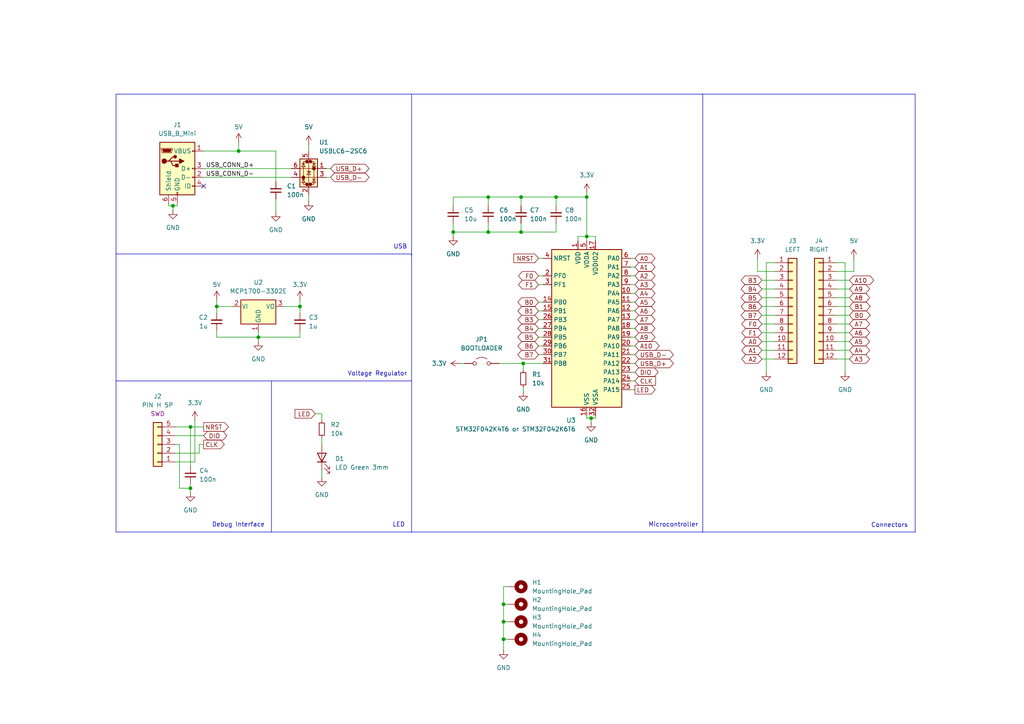
<source format=kicad_sch>
(kicad_sch (version 20231120) (generator "eeschema") (generator_version "8.0")
  (paper "A4")
  (title_block (title "stm32f0-usbd-devboard") (date "2024-12-12") (rev "20241212") (comment 3 "Released under CERN Open Hardware Licence Version 2 - Strongly Reciprocal") (comment 4 "Designed by: Rafael G. Martins"))
  (lib_symbols
    (symbol "Connector:USB_B_Mini" (pin_names (offset 1.016))
      (property "Reference" "J" (at -5.08 11.43 0))
      (property "Value" "USB_B_Mini" (at -5.08 8.89 0))
      (symbol "USB_B_Mini_0_1"
        (rectangle (start -5.08 -7.62) (end 5.08 7.62) (stroke (width 0.254)) (fill (type background)))
        (circle (center -3.81 2.159) (radius 0.635) (stroke (width 0.254)) (fill (type outline)))
        (circle (center -0.635 3.429) (radius 0.381) (stroke (width 0.254)) (fill (type outline)))
        (rectangle (start -0.127 -7.62) (end 0.127 -6.858))
        (polyline (pts (xy -1.905 2.159) (xy 0.635 2.159)) (stroke (width 0.254)))
        (polyline (pts (xy -3.175 2.159) (xy -2.54 2.159) (xy -1.27 3.429) (xy -0.635 3.429)) (stroke (width 0.254)))
        (polyline (pts (xy -2.54 2.159) (xy -1.905 2.159) (xy -1.27 0.889) (xy 0 0.889)) (stroke (width 0.254)))
        (polyline (pts (xy 0.635 2.794) (xy 0.635 1.524) (xy 1.905 2.159) (xy 0.635 2.794)) (stroke (width 0.254)) (fill (type outline)))
        (polyline (pts (xy -4.318 5.588) (xy -1.778 5.588) (xy -2.032 4.826) (xy -4.064 4.826) (xy -4.318 5.588)) (fill (type outline)))
        (polyline (pts (xy -4.699 5.842) (xy -4.699 5.588) (xy -4.445 4.826) (xy -4.445 4.572) (xy -1.651 4.572) (xy -1.651 4.826) (xy -1.397 5.588) (xy -1.397 5.842) (xy -4.699 5.842)))
        (rectangle (start 0.254 1.27) (end -0.508 0.508) (stroke (width 0.254)) (fill (type outline)))
        (rectangle (start 5.08 -5.207) (end 4.318 -4.953))
        (rectangle (start 5.08 -2.667) (end 4.318 -2.413))
        (rectangle (start 5.08 -0.127) (end 4.318 0.127))
        (rectangle (start 5.08 4.953) (end 4.318 5.207))
      )
      (symbol "USB_B_Mini_1_1"
        (pin power_out line (at 7.62 5.08 180) (length 2.54) (name "VBUS") (number "1"))
        (pin bidirectional line (at 7.62 -2.54 180) (length 2.54) (name "D-") (number "2"))
        (pin bidirectional line (at 7.62 0 180) (length 2.54) (name "D+") (number "3"))
        (pin passive line (at 7.62 -5.08 180) (length 2.54) (name "ID") (number "4"))
        (pin power_out line (at 0 -10.16 90) (length 2.54) (name "GND") (number "5"))
        (pin passive line (at -2.54 -10.16 90) (length 2.54) (name "Shield") (number "6"))
      )
    )
    (symbol "Connector_Generic:Conn_01x05" (pin_names (offset 1.016) hide)
      (property "Reference" "J" (at 0 7.62 0))
      (property "Value" "Conn_01x05" (at 0 -7.62 0))
      (symbol "Conn_01x05_1_1"
        (rectangle (start -1.27 -4.953) (end 0 -5.207) (stroke (width 0.1524)))
        (rectangle (start -1.27 -2.413) (end 0 -2.667) (stroke (width 0.1524)))
        (rectangle (start -1.27 0.127) (end 0 -0.127) (stroke (width 0.1524)))
        (rectangle (start -1.27 2.667) (end 0 2.413) (stroke (width 0.1524)))
        (rectangle (start -1.27 5.207) (end 0 4.953) (stroke (width 0.1524)))
        (rectangle (start -1.27 6.35) (end 1.27 -6.35) (stroke (width 0.254)) (fill (type background)))
        (pin passive line (at -5.08 5.08 0) (length 3.81) (name "Pin_1") (number "1"))
        (pin passive line (at -5.08 2.54 0) (length 3.81) (name "Pin_2") (number "2"))
        (pin passive line (at -5.08 0 0) (length 3.81) (name "Pin_3") (number "3"))
        (pin passive line (at -5.08 -2.54 0) (length 3.81) (name "Pin_4") (number "4"))
        (pin passive line (at -5.08 -5.08 0) (length 3.81) (name "Pin_5") (number "5"))
      )
    )
    (symbol "Connector_Generic:Conn_01x12" (pin_names (offset 1.016) hide)
      (property "Reference" "J" (at 0 15.24 0))
      (property "Value" "Conn_01x12" (at 0 -17.78 0))
      (symbol "Conn_01x12_1_1"
        (rectangle (start -1.27 -15.113) (end 0 -15.367) (stroke (width 0.1524)))
        (rectangle (start -1.27 -12.573) (end 0 -12.827) (stroke (width 0.1524)))
        (rectangle (start -1.27 -10.033) (end 0 -10.287) (stroke (width 0.1524)))
        (rectangle (start -1.27 -7.493) (end 0 -7.747) (stroke (width 0.1524)))
        (rectangle (start -1.27 -4.953) (end 0 -5.207) (stroke (width 0.1524)))
        (rectangle (start -1.27 -2.413) (end 0 -2.667) (stroke (width 0.1524)))
        (rectangle (start -1.27 0.127) (end 0 -0.127) (stroke (width 0.1524)))
        (rectangle (start -1.27 2.667) (end 0 2.413) (stroke (width 0.1524)))
        (rectangle (start -1.27 5.207) (end 0 4.953) (stroke (width 0.1524)))
        (rectangle (start -1.27 7.747) (end 0 7.493) (stroke (width 0.1524)))
        (rectangle (start -1.27 10.287) (end 0 10.033) (stroke (width 0.1524)))
        (rectangle (start -1.27 12.827) (end 0 12.573) (stroke (width 0.1524)))
        (rectangle (start -1.27 13.97) (end 1.27 -16.51) (stroke (width 0.254)) (fill (type background)))
        (pin passive line (at -5.08 12.7 0) (length 3.81) (name "Pin_1") (number "1"))
        (pin passive line (at -5.08 -10.16 0) (length 3.81) (name "Pin_10") (number "10"))
        (pin passive line (at -5.08 -12.7 0) (length 3.81) (name "Pin_11") (number "11"))
        (pin passive line (at -5.08 -15.24 0) (length 3.81) (name "Pin_12") (number "12"))
        (pin passive line (at -5.08 10.16 0) (length 3.81) (name "Pin_2") (number "2"))
        (pin passive line (at -5.08 7.62 0) (length 3.81) (name "Pin_3") (number "3"))
        (pin passive line (at -5.08 5.08 0) (length 3.81) (name "Pin_4") (number "4"))
        (pin passive line (at -5.08 2.54 0) (length 3.81) (name "Pin_5") (number "5"))
        (pin passive line (at -5.08 0 0) (length 3.81) (name "Pin_6") (number "6"))
        (pin passive line (at -5.08 -2.54 0) (length 3.81) (name "Pin_7") (number "7"))
        (pin passive line (at -5.08 -5.08 0) (length 3.81) (name "Pin_8") (number "8"))
        (pin passive line (at -5.08 -7.62 0) (length 3.81) (name "Pin_9") (number "9"))
      )
    )
    (symbol "Device:C_Small" (pin_numbers hide) (pin_names (offset 0.254) hide)
      (property "Reference" "C" (at 0.254 1.778 0))
      (property "Value" "C_Small" (at 0.254 -2.032 0))
      (symbol "C_Small_0_1"
        (polyline (pts (xy -1.524 -0.508) (xy 1.524 -0.508)) (stroke (width 0.3302)))
        (polyline (pts (xy -1.524 0.508) (xy 1.524 0.508)) (stroke (width 0.3048)))
      )
      (symbol "C_Small_1_1"
        (pin passive line (at 0 2.54 270) (length 2.032) (name "~") (number "1"))
        (pin passive line (at 0 -2.54 90) (length 2.032) (name "~") (number "2"))
      )
    )
    (symbol "Device:LED" (pin_numbers hide) (pin_names (offset 1.016) hide)
      (property "Reference" "D" (at 0 2.54 0))
      (property "Value" "LED" (at 0 -2.54 0))
      (symbol "LED_0_1"
        (polyline (pts (xy -1.27 -1.27) (xy -1.27 1.27)) (stroke (width 0.254)))
        (polyline (pts (xy -1.27 0) (xy 1.27 0)))
        (polyline (pts (xy 1.27 -1.27) (xy 1.27 1.27) (xy -1.27 0) (xy 1.27 -1.27)) (stroke (width 0.254)))
        (polyline (pts (xy -3.048 -0.762) (xy -4.572 -2.286) (xy -3.81 -2.286) (xy -4.572 -2.286) (xy -4.572 -1.524)))
        (polyline (pts (xy -1.778 -0.762) (xy -3.302 -2.286) (xy -2.54 -2.286) (xy -3.302 -2.286) (xy -3.302 -1.524)))
      )
      (symbol "LED_1_1"
        (pin passive line (at -3.81 0 0) (length 2.54) (name "K") (number "1"))
        (pin passive line (at 3.81 0 180) (length 2.54) (name "A") (number "2"))
      )
    )
    (symbol "Device:R_Small" (pin_numbers hide) (pin_names (offset 0.254) hide)
      (property "Reference" "R" (at 0.762 0.508 0))
      (property "Value" "R_Small" (at 0.762 -1.016 0))
      (symbol "R_Small_0_1"
        (rectangle (start -0.762 1.778) (end 0.762 -1.778) (stroke (width 0.2032)))
      )
      (symbol "R_Small_1_1"
        (pin passive line (at 0 2.54 270) (length 0.762) (name "~") (number "1"))
        (pin passive line (at 0 -2.54 90) (length 0.762) (name "~") (number "2"))
      )
    )
    (symbol "Jumper:Jumper_2_Open" (pin_numbers hide) (pin_names (offset 0) hide) (exclude_from_sim yes)
      (property "Reference" "JP" (at 0 2.794 0))
      (property "Value" "Jumper_2_Open" (at 0 -2.286 0))
      (symbol "Jumper_2_Open_0_0"
        (circle (center -2.032 0) (radius 0.508))
        (circle (center 2.032 0) (radius 0.508))
      )
      (symbol "Jumper_2_Open_0_1"
        (arc (start 1.524 1.27) (mid 0 1.778) (end -1.524 1.27))
      )
      (symbol "Jumper_2_Open_1_1"
        (pin passive line (at -5.08 0 0) (length 2.54) (name "A") (number "1"))
        (pin passive line (at 5.08 0 180) (length 2.54) (name "B") (number "2"))
      )
    )
    (symbol "MCU_ST_STM32F0:STM32F042K6Tx"
      (property "Reference" "U" (at -10.16 24.13 0))
      (property "Value" "STM32F042K6Tx" (at 5.08 24.13 0))
      (symbol "STM32F042K6Tx_0_1"
        (rectangle (start -10.16 -22.86) (end 10.16 22.86) (stroke (width 0.254)) (fill (type background)))
      )
      (symbol "STM32F042K6Tx_1_1"
        (pin power_in line (at -2.54 25.4 270) (length 2.54) (name "VDD") (number "1"))
        (pin bidirectional line (at 12.7 10.16 180) (length 2.54) (name "PA4") (number "10"))
        (pin bidirectional line (at 12.7 7.62 180) (length 2.54) (name "PA5") (number "11"))
        (pin bidirectional line (at 12.7 5.08 180) (length 2.54) (name "PA6") (number "12"))
        (pin bidirectional line (at 12.7 2.54 180) (length 2.54) (name "PA7") (number "13"))
        (pin bidirectional line (at -12.7 7.62 0) (length 2.54) (name "PB0") (number "14"))
        (pin bidirectional line (at -12.7 5.08 0) (length 2.54) (name "PB1") (number "15"))
        (pin power_in line (at 0 -25.4 90) (length 2.54) (name "VSS") (number "16"))
        (pin power_in line (at 2.54 25.4 270) (length 2.54) (name "VDDIO2") (number "17"))
        (pin bidirectional line (at 12.7 0 180) (length 2.54) (name "PA8") (number "18"))
        (pin bidirectional line (at 12.7 -2.54 180) (length 2.54) (name "PA9") (number "19"))
        (pin bidirectional line (at -12.7 15.24 0) (length 2.54) (name "PF0") (number "2"))
        (pin bidirectional line (at 12.7 -5.08 180) (length 2.54) (name "PA10") (number "20"))
        (pin bidirectional line (at 12.7 -7.62 180) (length 2.54) (name "PA11") (number "21"))
        (pin bidirectional line (at 12.7 -10.16 180) (length 2.54) (name "PA12") (number "22"))
        (pin bidirectional line (at 12.7 -12.7 180) (length 2.54) (name "PA13") (number "23"))
        (pin bidirectional line (at 12.7 -15.24 180) (length 2.54) (name "PA14") (number "24"))
        (pin bidirectional line (at 12.7 -17.78 180) (length 2.54) (name "PA15") (number "25"))
        (pin bidirectional line (at -12.7 2.54 0) (length 2.54) (name "PB3") (number "26"))
        (pin bidirectional line (at -12.7 0 0) (length 2.54) (name "PB4") (number "27"))
        (pin bidirectional line (at -12.7 -2.54 0) (length 2.54) (name "PB5") (number "28"))
        (pin bidirectional line (at -12.7 -5.08 0) (length 2.54) (name "PB6") (number "29"))
        (pin bidirectional line (at -12.7 12.7 0) (length 2.54) (name "PF1") (number "3"))
        (pin bidirectional line (at -12.7 -7.62 0) (length 2.54) (name "PB7") (number "30"))
        (pin bidirectional line (at -12.7 -10.16 0) (length 2.54) (name "PB8") (number "31"))
        (pin power_in line (at 2.54 -25.4 90) (length 2.54) (name "VSSA") (number "32"))
        (pin input line (at -12.7 20.32 0) (length 2.54) (name "NRST") (number "4"))
        (pin power_in line (at 0 25.4 270) (length 2.54) (name "VDDA") (number "5"))
        (pin bidirectional line (at 12.7 20.32 180) (length 2.54) (name "PA0") (number "6"))
        (pin bidirectional line (at 12.7 17.78 180) (length 2.54) (name "PA1") (number "7"))
        (pin bidirectional line (at 12.7 15.24 180) (length 2.54) (name "PA2") (number "8"))
        (pin bidirectional line (at 12.7 12.7 180) (length 2.54) (name "PA3") (number "9"))
      )
    )
    (symbol "Mechanical:MountingHole_Pad" (pin_numbers hide) (pin_names (offset 1.016) hide) (exclude_from_sim yes) (in_bom no)
      (property "Reference" "H" (at 0 6.35 0))
      (property "Value" "MountingHole_Pad" (at 0 4.445 0))
      (symbol "MountingHole_Pad_0_1"
        (circle (center 0 1.27) (radius 1.27) (stroke (width 1.27)))
      )
      (symbol "MountingHole_Pad_1_1"
        (pin input line (at 0 -2.54 90) (length 2.54) (name "1") (number "1"))
      )
    )
    (symbol "Power_Protection:USBLC6-2SC6" (pin_names hide)
      (property "Reference" "U" (at 0.635 5.715 0))
      (property "Value" "USBLC6-2SC6" (at 0.635 3.81 0))
      (symbol "USBLC6-2SC6_0_0"
        (circle (center -1.524 0) (radius 0.0001) (stroke (width 0.508)))
        (circle (center -0.508 -4.572) (radius 0.0001) (stroke (width 0.508)))
        (circle (center -0.508 2.032) (radius 0.0001) (stroke (width 0.508)))
        (circle (center 0.508 -4.572) (radius 0.0001) (stroke (width 0.508)))
        (circle (center 0.508 2.032) (radius 0.0001) (stroke (width 0.508)))
        (circle (center 1.524 -2.54) (radius 0.0001) (stroke (width 0.508)))
      )
      (symbol "USBLC6-2SC6_0_1"
        (polyline (pts (xy -2.54 -2.54) (xy 2.54 -2.54)))
        (polyline (pts (xy -2.54 0) (xy 2.54 0)))
        (polyline (pts (xy -2.032 -3.048) (xy -1.016 -3.048)))
        (polyline (pts (xy -1.016 1.524) (xy -2.032 1.524)))
        (polyline (pts (xy 1.016 -3.048) (xy 2.032 -3.048)))
        (polyline (pts (xy 1.016 1.524) (xy 2.032 1.524)))
        (polyline (pts (xy -0.508 -1.143) (xy -0.508 -0.762) (xy 0.508 -0.762)))
        (polyline (pts (xy -2.032 0.508) (xy -1.016 0.508) (xy -1.524 1.524) (xy -2.032 0.508)))
        (polyline (pts (xy -1.016 -4.064) (xy -2.032 -4.064) (xy -1.524 -3.048) (xy -1.016 -4.064)))
        (polyline (pts (xy 0.508 -1.778) (xy -0.508 -1.778) (xy 0 -0.762) (xy 0.508 -1.778)))
        (polyline (pts (xy 2.032 -4.064) (xy 1.016 -4.064) (xy 1.524 -3.048) (xy 2.032 -4.064)))
        (polyline (pts (xy 2.032 0.508) (xy 1.016 0.508) (xy 1.524 1.524) (xy 2.032 0.508)))
        (polyline (pts (xy 0 2.54) (xy -0.508 2.032) (xy 0.508 2.032) (xy 0 1.524) (xy 0 -4.064) (xy -0.508 -4.572) (xy 0.508 -4.572) (xy 0 -5.08)))
      )
      (symbol "USBLC6-2SC6_1_1"
        (rectangle (start -2.54 2.794) (end 2.54 -5.334) (stroke (width 0.254)) (fill (type background)))
        (polyline (pts (xy -0.508 2.032) (xy -1.524 2.032) (xy -1.524 -4.572) (xy -0.508 -4.572)))
        (polyline (pts (xy 0.508 -4.572) (xy 1.524 -4.572) (xy 1.524 2.032) (xy 0.508 2.032)))
        (pin passive line (at -5.08 0 0) (length 2.54) (name "I/O1") (number "1"))
        (pin passive line (at 0 -7.62 90) (length 2.54) (name "GND") (number "2"))
        (pin passive line (at -5.08 -2.54 0) (length 2.54) (name "I/O2") (number "3"))
        (pin passive line (at 5.08 -2.54 180) (length 2.54) (name "I/O2") (number "4"))
        (pin passive line (at 0 5.08 270) (length 2.54) (name "VBUS") (number "5"))
        (pin passive line (at 5.08 0 180) (length 2.54) (name "I/O1") (number "6"))
      )
    )
    (symbol "Regulator_Linear:MCP1700x-330xxTO" (pin_names (offset 0.254))
      (property "Reference" "U" (at -3.81 -3.175 0))
      (property "Value" "MCP1700x-330xxTO" (at 0 -3.175 0))
      (symbol "MCP1700x-330xxTO_0_1"
        (rectangle (start -5.08 5.08) (end 5.08 -1.905) (stroke (width 0.254)) (fill (type background)))
      )
      (symbol "MCP1700x-330xxTO_1_1"
        (pin power_in line (at 0 7.62 270) (length 2.54) (name "GND") (number "1"))
        (pin power_in line (at -7.62 0 0) (length 2.54) (name "VI") (number "2"))
        (pin power_out line (at 7.62 0 180) (length 2.54) (name "VO") (number "3"))
      )
    )
    (symbol "power:+3.3V" (power) (pin_numbers hide) (pin_names (offset 0) hide)
      (property "Value" "+3.3V" (at 0 3.556 0))
      (symbol "+3.3V_0_1"
        (polyline (pts (xy -0.762 1.27) (xy 0 2.54)))
        (polyline (pts (xy 0 0) (xy 0 2.54)))
        (polyline (pts (xy 0 2.54) (xy 0.762 1.27)))
      )
      (symbol "+3.3V_1_1"
        (pin power_in line (at 0 0 90) (length 0) (name "~") (number "1"))
      )
    )
    (symbol "power:+5V" (power) (pin_numbers hide) (pin_names (offset 0) hide)
      (property "Value" "+5V" (at 0 3.556 0))
      (symbol "+5V_0_1"
        (polyline (pts (xy -0.762 1.27) (xy 0 2.54)))
        (polyline (pts (xy 0 0) (xy 0 2.54)))
        (polyline (pts (xy 0 2.54) (xy 0.762 1.27)))
      )
      (symbol "+5V_1_1"
        (pin power_in line (at 0 0 90) (length 0) (name "~") (number "1"))
      )
    )
    (symbol "power:GND" (power) (pin_numbers hide) (pin_names (offset 0) hide)
      (property "Value" "GND" (at 0 -3.81 0))
      (symbol "GND_0_1"
        (polyline (pts (xy 0 0) (xy 0 -1.27) (xy 1.27 -1.27) (xy 0 -2.54) (xy -1.27 -1.27) (xy 0 -1.27)))
      )
      (symbol "GND_1_1"
        (pin power_in line (at 0 0 270) (length 0) (name "~") (number "1"))
      )
    )
  )
  (junction (at 55.245 141.605))
  (junction (at 170.18 57.15))
  (junction (at 146.05 180.34))
  (junction (at 146.05 185.42))
  (junction (at 151.765 105.41))
  (junction (at 141.605 67.31))
  (junction (at 131.445 67.31))
  (junction (at 151.13 67.31))
  (junction (at 170.18 68.58))
  (junction (at 171.45 121.285))
  (junction (at 50.165 59.69))
  (junction (at 69.215 43.815))
  (junction (at 74.93 97.79))
  (junction (at 161.29 57.15))
  (junction (at 151.13 57.15))
  (junction (at 141.605 57.15))
  (junction (at 86.995 88.9))
  (junction (at 62.865 88.9))
  (junction (at 146.05 175.26))
  (junction (at 55.245 123.825))
  (no_connect (at 59.055 53.975))
  (wire (pts (xy 219.71 74.93) (xy 219.71 78.74)))
  (wire (pts (xy 182.88 95.25) (xy 184.15 95.25)))
  (wire (pts (xy 57.785 131.445) (xy 57.785 128.905)))
  (wire (pts (xy 57.785 128.905) (xy 59.055 128.905)))
  (wire (pts (xy 182.88 92.71) (xy 184.15 92.71)))
  (wire (pts (xy 146.05 175.26) (xy 147.32 175.26)))
  (wire (pts (xy 242.57 101.6) (xy 246.38 101.6)))
  (wire (pts (xy 171.45 121.285) (xy 172.72 121.285)))
  (wire (pts (xy 50.8 133.985) (xy 56.515 133.985)))
  (wire (pts (xy 59.055 43.815) (xy 69.215 43.815)))
  (wire (pts (xy 141.605 57.15) (xy 151.13 57.15)))
  (wire (pts (xy 146.05 185.42) (xy 146.05 188.595)))
  (wire (pts (xy 156.21 82.55) (xy 157.48 82.55)))
  (wire (pts (xy 220.98 99.06) (xy 224.79 99.06)))
  (wire (pts (xy 245.11 76.2) (xy 245.11 107.95)))
  (wire (pts (xy 62.865 88.9) (xy 67.31 88.9)))
  (wire (pts (xy 182.88 105.41) (xy 184.15 105.41)))
  (wire (pts (xy 146.05 185.42) (xy 147.32 185.42)))
  (wire (pts (xy 151.765 112.395) (xy 151.765 113.665)))
  (wire (pts (xy 219.71 78.74) (xy 224.79 78.74)))
  (polyline (pts (xy 33.655 27.305) (xy 33.655 154.305)))
  (wire (pts (xy 48.895 59.055) (xy 48.895 59.69)))
  (wire (pts (xy 156.21 80.01) (xy 157.48 80.01)))
  (wire (pts (xy 93.345 136.525) (xy 93.345 138.43)))
  (polyline (pts (xy 33.655 110.49) (xy 119.38 110.49)))
  (wire (pts (xy 69.215 43.815) (xy 80.01 43.815)))
  (wire (pts (xy 86.995 88.9) (xy 86.995 90.805)))
  (wire (pts (xy 55.245 123.825) (xy 59.055 123.825)))
  (wire (pts (xy 242.57 86.36) (xy 246.38 86.36)))
  (wire (pts (xy 55.245 141.605) (xy 55.245 140.335)))
  (wire (pts (xy 144.78 105.41) (xy 151.765 105.41)))
  (wire (pts (xy 161.29 57.15) (xy 170.18 57.15)))
  (wire (pts (xy 147.32 170.18) (xy 146.05 170.18)))
  (wire (pts (xy 220.98 101.6) (xy 224.79 101.6)))
  (wire (pts (xy 62.865 86.995) (xy 62.865 88.9)))
  (wire (pts (xy 222.25 76.2) (xy 222.25 107.95)))
  (wire (pts (xy 220.98 83.82) (xy 224.79 83.82)))
  (wire (pts (xy 156.21 92.71) (xy 157.48 92.71)))
  (wire (pts (xy 74.93 97.79) (xy 74.93 99.06)))
  (wire (pts (xy 170.18 57.15) (xy 170.18 68.58)))
  (polyline (pts (xy 203.835 27.305) (xy 265.43 27.305)))
  (wire (pts (xy 151.13 57.15) (xy 151.13 59.69)))
  (wire (pts (xy 156.21 90.17) (xy 157.48 90.17)))
  (wire (pts (xy 89.535 56.515) (xy 89.535 58.42)))
  (wire (pts (xy 131.445 68.58) (xy 131.445 67.31)))
  (wire (pts (xy 161.29 67.31) (xy 161.29 64.77)))
  (wire (pts (xy 172.72 121.285) (xy 172.72 120.65)))
  (wire (pts (xy 151.13 64.77) (xy 151.13 67.31)))
  (wire (pts (xy 94.615 48.895) (xy 95.885 48.895)))
  (wire (pts (xy 146.05 175.26) (xy 146.05 180.34)))
  (wire (pts (xy 182.88 87.63) (xy 184.15 87.63)))
  (wire (pts (xy 220.98 81.28) (xy 224.79 81.28)))
  (wire (pts (xy 93.345 120.015) (xy 93.345 121.92)))
  (wire (pts (xy 220.98 91.44) (xy 224.79 91.44)))
  (wire (pts (xy 167.64 68.58) (xy 170.18 68.58)))
  (wire (pts (xy 86.995 86.995) (xy 86.995 88.9)))
  (wire (pts (xy 55.245 135.255) (xy 55.245 123.825)))
  (polyline (pts (xy 265.43 154.305) (xy 203.835 154.305)))
  (wire (pts (xy 167.64 68.58) (xy 167.64 69.85)))
  (wire (pts (xy 156.21 102.87) (xy 157.48 102.87)))
  (wire (pts (xy 51.435 59.69) (xy 51.435 59.055)))
  (wire (pts (xy 161.29 57.15) (xy 161.29 59.69)))
  (wire (pts (xy 242.57 99.06) (xy 246.38 99.06)))
  (polyline (pts (xy 203.835 27.305) (xy 203.835 154.305)))
  (wire (pts (xy 172.72 68.58) (xy 170.18 68.58)))
  (wire (pts (xy 94.615 51.435) (xy 95.885 51.435)))
  (wire (pts (xy 182.88 97.79) (xy 184.15 97.79)))
  (wire (pts (xy 80.01 57.785) (xy 80.01 61.595)))
  (wire (pts (xy 170.18 68.58) (xy 170.18 69.85)))
  (wire (pts (xy 156.21 97.79) (xy 157.48 97.79)))
  (wire (pts (xy 182.88 90.17) (xy 184.15 90.17)))
  (wire (pts (xy 50.165 59.69) (xy 50.165 60.96)))
  (wire (pts (xy 52.07 141.605) (xy 55.245 141.605)))
  (wire (pts (xy 220.98 86.36) (xy 224.79 86.36)))
  (wire (pts (xy 93.345 127) (xy 93.345 128.905)))
  (wire (pts (xy 182.88 110.49) (xy 184.15 110.49)))
  (wire (pts (xy 131.445 67.31) (xy 141.605 67.31)))
  (wire (pts (xy 133.35 105.41) (xy 134.62 105.41)))
  (wire (pts (xy 59.055 51.435) (xy 84.455 51.435)))
  (wire (pts (xy 146.05 180.34) (xy 146.05 185.42)))
  (wire (pts (xy 74.93 96.52) (xy 74.93 97.79)))
  (wire (pts (xy 182.88 107.95) (xy 184.15 107.95)))
  (wire (pts (xy 242.57 96.52) (xy 246.38 96.52)))
  (wire (pts (xy 141.605 67.31) (xy 151.13 67.31)))
  (wire (pts (xy 222.25 76.2) (xy 224.79 76.2)))
  (wire (pts (xy 247.65 74.93) (xy 247.65 78.74)))
  (polyline (pts (xy 265.43 27.305) (xy 265.43 154.305)))
  (wire (pts (xy 170.18 121.285) (xy 171.45 121.285)))
  (wire (pts (xy 55.245 141.605) (xy 55.245 142.875)))
  (wire (pts (xy 171.45 121.285) (xy 171.45 122.555)))
  (wire (pts (xy 156.21 95.25) (xy 157.48 95.25)))
  (wire (pts (xy 151.13 67.31) (xy 161.29 67.31)))
  (wire (pts (xy 80.01 43.815) (xy 80.01 52.705)))
  (wire (pts (xy 156.21 87.63) (xy 157.48 87.63)))
  (wire (pts (xy 151.765 105.41) (xy 151.765 107.315)))
  (wire (pts (xy 170.18 55.88) (xy 170.18 57.15)))
  (wire (pts (xy 242.57 78.74) (xy 247.65 78.74)))
  (wire (pts (xy 242.57 91.44) (xy 246.38 91.44)))
  (wire (pts (xy 55.245 123.825) (xy 50.8 123.825)))
  (wire (pts (xy 131.445 57.15) (xy 141.605 57.15)))
  (wire (pts (xy 182.88 102.87) (xy 184.15 102.87)))
  (wire (pts (xy 146.05 180.34) (xy 147.32 180.34)))
  (wire (pts (xy 131.445 57.15) (xy 131.445 59.69)))
  (wire (pts (xy 220.98 96.52) (xy 224.79 96.52)))
  (wire (pts (xy 52.07 128.905) (xy 52.07 141.605)))
  (polyline (pts (xy 203.835 154.305) (xy 33.655 154.305)))
  (wire (pts (xy 151.13 57.15) (xy 161.29 57.15)))
  (wire (pts (xy 156.21 100.33) (xy 157.48 100.33)))
  (wire (pts (xy 182.88 85.09) (xy 184.15 85.09)))
  (wire (pts (xy 59.055 48.895) (xy 84.455 48.895)))
  (wire (pts (xy 146.05 170.18) (xy 146.05 175.26)))
  (wire (pts (xy 50.8 131.445) (xy 57.785 131.445)))
  (wire (pts (xy 131.445 64.77) (xy 131.445 67.31)))
  (wire (pts (xy 141.605 64.77) (xy 141.605 67.31)))
  (wire (pts (xy 74.93 97.79) (xy 86.995 97.79)))
  (wire (pts (xy 50.8 126.365) (xy 59.055 126.365)))
  (wire (pts (xy 62.865 95.885) (xy 62.865 97.79)))
  (wire (pts (xy 242.57 83.82) (xy 246.38 83.82)))
  (wire (pts (xy 48.895 59.69) (xy 50.165 59.69)))
  (wire (pts (xy 182.88 82.55) (xy 184.15 82.55)))
  (wire (pts (xy 220.98 88.9) (xy 224.79 88.9)))
  (wire (pts (xy 242.57 81.28) (xy 246.38 81.28)))
  (wire (pts (xy 151.765 105.41) (xy 157.48 105.41)))
  (polyline (pts (xy 33.655 27.305) (xy 203.835 27.305)))
  (wire (pts (xy 91.44 120.015) (xy 93.345 120.015)))
  (wire (pts (xy 50.165 59.69) (xy 51.435 59.69)))
  (wire (pts (xy 220.98 104.14) (xy 224.79 104.14)))
  (wire (pts (xy 50.8 128.905) (xy 52.07 128.905)))
  (wire (pts (xy 170.18 120.65) (xy 170.18 121.285)))
  (polyline (pts (xy 119.38 73.66) (xy 119.38 74.295)))
  (polyline (pts (xy 78.74 110.49) (xy 78.74 154.305)))
  (wire (pts (xy 182.88 113.03) (xy 184.15 113.03)))
  (wire (pts (xy 182.88 74.93) (xy 184.15 74.93)))
  (wire (pts (xy 56.515 121.92) (xy 56.515 133.985)))
  (wire (pts (xy 245.11 76.2) (xy 242.57 76.2)))
  (wire (pts (xy 62.865 97.79) (xy 74.93 97.79)))
  (wire (pts (xy 82.55 88.9) (xy 86.995 88.9)))
  (wire (pts (xy 182.88 100.33) (xy 184.15 100.33)))
  (polyline (pts (xy 119.38 27.305) (xy 119.38 154.305)))
  (wire (pts (xy 172.72 68.58) (xy 172.72 69.85)))
  (wire (pts (xy 69.215 41.275) (xy 69.215 43.815)))
  (wire (pts (xy 89.535 41.91) (xy 89.535 43.815)))
  (polyline (pts (xy 33.655 73.66) (xy 119.38 73.66)))
  (wire (pts (xy 182.88 77.47) (xy 184.15 77.47)))
  (wire (pts (xy 242.57 93.98) (xy 246.38 93.98)))
  (wire (pts (xy 220.98 93.98) (xy 224.79 93.98)))
  (wire (pts (xy 62.865 88.9) (xy 62.865 90.805)))
  (wire (pts (xy 182.88 80.01) (xy 184.15 80.01)))
  (wire (pts (xy 242.57 88.9) (xy 246.38 88.9)))
  (wire (pts (xy 156.21 74.93) (xy 157.48 74.93)))
  (wire (pts (xy 141.605 57.15) (xy 141.605 59.69)))
  (wire (pts (xy 242.57 104.14) (xy 246.38 104.14)))
  (wire (pts (xy 86.995 95.885) (xy 86.995 97.79)))
  (text "Debug Interface" (at 76.835 153.035 0) (effects (font (size 1.27 1.27)) (justify right bottom)))
  (text "LED" (at 117.475 153.035 0) (effects (font (size 1.27 1.27)) (justify right bottom)))
  (text "Microcontroller" (at 202.565 153.035 0) (effects (font (size 1.27 1.27)) (justify right bottom)))
  (text "Connectors" (at 263.398 153.162 0) (effects (font (size 1.27 1.27)) (justify right bottom)))
  (text "Voltage Regulator" (at 118.11 109.22 0) (effects (font (size 1.27 1.27)) (justify right bottom)))
  (text "USB" (at 118.11 72.39 0) (effects (font (size 1.27 1.27)) (justify right bottom)))
  (label "USB_CONN_D-" (at 59.69 51.435 0))
  (label "USB_CONN_D+" (at 59.69 48.895 0))
  (global_label "CLK" (shape input) (at 184.15 110.49 0) (property "Intersheetrefs" "${INTERSHEET_REFS}" (effects (hide yes))))
  (global_label "F1" (shape bidirectional) (at 156.21 82.55 180) (property "Intersheetrefs" "${INTERSHEET_REFS}" (effects (hide yes))))
  (global_label "USB_D-" (shape bidirectional) (at 95.885 51.435 0) (property "Intersheetrefs" "${INTERSHEET_REFS}" (effects (hide yes))))
  (global_label "B4" (shape bidirectional) (at 220.98 83.82 180) (property "Intersheetrefs" "${INTERSHEET_REFS}" (effects (hide yes))))
  (global_label "USB_D-" (shape bidirectional) (at 184.15 102.87 0) (property "Intersheetrefs" "${INTERSHEET_REFS}" (effects (hide yes))))
  (global_label "A8" (shape bidirectional) (at 246.38 86.36 0) (property "Intersheetrefs" "${INTERSHEET_REFS}" (effects (hide yes))))
  (global_label "DIO" (shape bidirectional) (at 59.055 126.365 0) (property "Intersheetrefs" "${INTERSHEET_REFS}" (effects (hide yes))))
  (global_label "A6" (shape bidirectional) (at 246.38 96.52 0) (property "Intersheetrefs" "${INTERSHEET_REFS}" (effects (hide yes))))
  (global_label "NRST" (shape output) (at 59.055 123.825 0) (property "Intersheetrefs" "${INTERSHEET_REFS}" (effects (hide yes))))
  (global_label "B4" (shape bidirectional) (at 156.21 95.25 180) (property "Intersheetrefs" "${INTERSHEET_REFS}" (effects (hide yes))))
  (global_label "LED" (shape output) (at 184.15 113.03 0) (property "Intersheetrefs" "${INTERSHEET_REFS}" (effects (hide yes))))
  (global_label "B7" (shape bidirectional) (at 220.98 91.44 180) (property "Intersheetrefs" "${INTERSHEET_REFS}" (effects (hide yes))))
  (global_label "A2" (shape bidirectional) (at 184.15 80.01 0) (property "Intersheetrefs" "${INTERSHEET_REFS}" (effects (hide yes))))
  (global_label "DIO" (shape bidirectional) (at 184.15 107.95 0) (property "Intersheetrefs" "${INTERSHEET_REFS}" (effects (hide yes))))
  (global_label "B5" (shape bidirectional) (at 156.21 97.79 180) (property "Intersheetrefs" "${INTERSHEET_REFS}" (effects (hide yes))))
  (global_label "B0" (shape bidirectional) (at 156.21 87.63 180) (property "Intersheetrefs" "${INTERSHEET_REFS}" (effects (hide yes))))
  (global_label "B3" (shape bidirectional) (at 156.21 92.71 180) (property "Intersheetrefs" "${INTERSHEET_REFS}" (effects (hide yes))))
  (global_label "B6" (shape bidirectional) (at 156.21 100.33 180) (property "Intersheetrefs" "${INTERSHEET_REFS}" (effects (hide yes))))
  (global_label "A9" (shape bidirectional) (at 184.15 97.79 0) (property "Intersheetrefs" "${INTERSHEET_REFS}" (effects (hide yes))))
  (global_label "A1" (shape bidirectional) (at 184.15 77.47 0) (property "Intersheetrefs" "${INTERSHEET_REFS}" (effects (hide yes))))
  (global_label "B3" (shape bidirectional) (at 220.98 81.28 180) (property "Intersheetrefs" "${INTERSHEET_REFS}" (effects (hide yes))))
  (global_label "A7" (shape bidirectional) (at 184.15 92.71 0) (property "Intersheetrefs" "${INTERSHEET_REFS}" (effects (hide yes))))
  (global_label "F0" (shape bidirectional) (at 220.98 93.98 180) (property "Intersheetrefs" "${INTERSHEET_REFS}" (effects (hide yes))))
  (global_label "USB_D+" (shape bidirectional) (at 184.15 105.41 0) (property "Intersheetrefs" "${INTERSHEET_REFS}" (effects (hide yes))))
  (global_label "A8" (shape bidirectional) (at 184.15 95.25 0) (property "Intersheetrefs" "${INTERSHEET_REFS}" (effects (hide yes))))
  (global_label "A2" (shape bidirectional) (at 220.98 104.14 180) (property "Intersheetrefs" "${INTERSHEET_REFS}" (effects (hide yes))))
  (global_label "B1" (shape bidirectional) (at 156.21 90.17 180) (property "Intersheetrefs" "${INTERSHEET_REFS}" (effects (hide yes))))
  (global_label "A9" (shape bidirectional) (at 246.38 83.82 0) (property "Intersheetrefs" "${INTERSHEET_REFS}" (effects (hide yes))))
  (global_label "A4" (shape bidirectional) (at 184.15 85.09 0) (property "Intersheetrefs" "${INTERSHEET_REFS}" (effects (hide yes))))
  (global_label "NRST" (shape input) (at 156.21 74.93 180) (property "Intersheetrefs" "${INTERSHEET_REFS}" (effects (hide yes))))
  (global_label "B0" (shape bidirectional) (at 246.38 91.44 0) (property "Intersheetrefs" "${INTERSHEET_REFS}" (effects (hide yes))))
  (global_label "B5" (shape bidirectional) (at 220.98 86.36 180) (property "Intersheetrefs" "${INTERSHEET_REFS}" (effects (hide yes))))
  (global_label "A3" (shape bidirectional) (at 184.15 82.55 0) (property "Intersheetrefs" "${INTERSHEET_REFS}" (effects (hide yes))))
  (global_label "A6" (shape bidirectional) (at 184.15 90.17 0) (property "Intersheetrefs" "${INTERSHEET_REFS}" (effects (hide yes))))
  (global_label "USB_D+" (shape bidirectional) (at 95.885 48.895 0) (property "Intersheetrefs" "${INTERSHEET_REFS}" (effects (hide yes))))
  (global_label "A4" (shape bidirectional) (at 246.38 101.6 0) (property "Intersheetrefs" "${INTERSHEET_REFS}" (effects (hide yes))))
  (global_label "A1" (shape bidirectional) (at 220.98 101.6 180) (property "Intersheetrefs" "${INTERSHEET_REFS}" (effects (hide yes))))
  (global_label "F0" (shape bidirectional) (at 156.21 80.01 180) (property "Intersheetrefs" "${INTERSHEET_REFS}" (effects (hide yes))))
  (global_label "B1" (shape bidirectional) (at 246.38 88.9 0) (property "Intersheetrefs" "${INTERSHEET_REFS}" (effects (hide yes))))
  (global_label "A10" (shape bidirectional) (at 246.38 81.28 0) (property "Intersheetrefs" "${INTERSHEET_REFS}" (effects (hide yes))))
  (global_label "CLK" (shape output) (at 59.055 128.905 0) (property "Intersheetrefs" "${INTERSHEET_REFS}" (effects (hide yes))))
  (global_label "A7" (shape bidirectional) (at 246.38 93.98 0) (property "Intersheetrefs" "${INTERSHEET_REFS}" (effects (hide yes))))
  (global_label "A5" (shape bidirectional) (at 184.15 87.63 0) (property "Intersheetrefs" "${INTERSHEET_REFS}" (effects (hide yes))))
  (global_label "F1" (shape bidirectional) (at 220.98 96.52 180) (property "Intersheetrefs" "${INTERSHEET_REFS}" (effects (hide yes))))
  (global_label "A0" (shape bidirectional) (at 184.15 74.93 0) (property "Intersheetrefs" "${INTERSHEET_REFS}" (effects (hide yes))))
  (global_label "B7" (shape bidirectional) (at 156.21 102.87 180) (property "Intersheetrefs" "${INTERSHEET_REFS}" (effects (hide yes))))
  (global_label "A3" (shape bidirectional) (at 246.38 104.14 0) (property "Intersheetrefs" "${INTERSHEET_REFS}" (effects (hide yes))))
  (global_label "A10" (shape bidirectional) (at 184.15 100.33 0) (property "Intersheetrefs" "${INTERSHEET_REFS}" (effects (hide yes))))
  (global_label "B6" (shape bidirectional) (at 220.98 88.9 180) (property "Intersheetrefs" "${INTERSHEET_REFS}" (effects (hide yes))))
  (global_label "LED" (shape input) (at 91.44 120.015 180) (property "Intersheetrefs" "${INTERSHEET_REFS}" (effects (hide yes))))
  (global_label "A5" (shape bidirectional) (at 246.38 99.06 0) (property "Intersheetrefs" "${INTERSHEET_REFS}" (effects (hide yes))))
  (global_label "A0" (shape bidirectional) (at 220.98 99.06 180) (property "Intersheetrefs" "${INTERSHEET_REFS}" (effects (hide yes))))
  (symbol (lib_id "Connector:USB_B_Mini") (at 51.435 48.895 0) (unit 1)
    (property "Reference" "J1" (at 51.435 36.195 0))
    (property "Value" "USB_B_Mini" (at 51.435 38.735 0))
    (property "Footprint" "custom:USB_Mini-B_PTH" (effects (hide yes)))
    (property "Description" "USB Mini Type B connector" (effects (hide yes)))
    (property "MPN" "GMSB0522132EU" (effects (hide yes)))
  )
  (symbol (lib_id "power:GND") (at 50.165 60.96 0) (unit 1)
    (property "Reference" "#PWR01" (effects (hide yes)))
    (property "Value" "GND" (at 50.165 66.04 0))
    (property "Description" "Power symbol creates a global label with name \"GND\" , ground" (effects (hide yes)))
  )
  (symbol (lib_id "power:GND") (at 80.01 61.595 0) (unit 1)
    (property "Reference" "#PWR07" (effects (hide yes)))
    (property "Value" "GND" (at 80.01 66.675 0))
    (property "Description" "Power symbol creates a global label with name \"GND\" , ground" (effects (hide yes)))
  )
  (symbol (lib_id "MCU_ST_STM32F0:STM32F042K6Tx") (at 170.18 95.25 0) (unit 1)
    (property "Reference" "U3" (at 167.005 121.92 0) (effects (justify right)))
    (property "Value" "STM32F042K4T6 or STM32F042K6T6" (at 167.005 124.46 0) (effects (justify right)))
    (property "Footprint" "Package_QFP:LQFP-32_7x7mm_P0.8mm" (effects (hide yes)))
    (property "Datasheet" "https://www.st.com/resource/en/datasheet/stm32f042k6.pdf" (effects (hide yes)))
    (property "Description" "STMicroelectronics Arm Cortex-M0 MCU, 32KB flash, 6KB RAM, 48 MHz, 2.0-3.6V, 26 GPIO, LQFP32" (effects (hide yes)))
    (property "MPN" "STM32F042K6T6" (effects (hide yes)))
  )
  (symbol (lib_id "Connector_Generic:Conn_01x12") (at 237.49 88.9 0) (mirror y) (unit 1)
    (property "Reference" "J4" (at 237.49 69.85 0))
    (property "Value" "RIGHT" (at 237.49 72.39 0))
    (property "Footprint" "custom:PinHeader_DevBoard_Right_Connector_1x12_P2.54mm_Vertical" (effects (hide yes)))
    (property "Description" "Generic connector, single row, 01x12, script generated (kicad-library-utils/schlib/autogen/connector/)" (effects (hide yes)))
  )
  (symbol (lib_id "Mechanical:MountingHole_Pad") (at 149.86 170.18 270) (unit 1)
    (property "Reference" "H1" (at 154.305 168.9099 90) (effects (justify left)))
    (property "Value" "MountingHole_Pad" (at 154.305 171.4499 90) (effects (justify left)))
    (property "Footprint" "MountingHole:MountingHole_2.2mm_M2_Pad_Via" (effects (hide yes)))
    (property "Description" "Mounting Hole with connection" (effects (hide yes)))
  )
  (symbol (lib_id "power:+5V") (at 69.215 41.275 0) (unit 1)
    (property "Reference" "#PWR05" (effects (hide yes)))
    (property "Value" "5V" (at 69.215 36.83 0))
    (property "Description" "Power symbol creates a global label with name \"+5V\"" (effects (hide yes)))
  )
  (symbol (lib_id "power:GND") (at 131.445 68.58 0) (unit 1)
    (property "Reference" "#PWR012" (effects (hide yes)))
    (property "Value" "GND" (at 131.445 73.66 0))
    (property "Description" "Power symbol creates a global label with name \"GND\" , ground" (effects (hide yes)))
  )
  (symbol (lib_id "power:+3.3V") (at 56.515 121.92 0) (unit 1)
    (property "Reference" "#PWR03" (effects (hide yes)))
    (property "Value" "3.3V" (at 56.515 116.84 0))
    (property "Description" "Power symbol creates a global label with name \"+3.3V\"" (effects (hide yes)))
  )
  (symbol (lib_id "Device:C_Small") (at 161.29 62.23 180) (unit 1)
    (property "Reference" "C8" (at 163.83 60.9536 0) (effects (justify right)))
    (property "Value" "100n" (at 163.83 63.4936 0) (effects (justify right)))
    (property "Footprint" "custom:C_TDK_FA28" (effects (hide yes)))
    (property "Description" "Unpolarized capacitor, small symbol" (effects (hide yes)))
    (property "MPN" "FA28X7R1H104KNU06" (effects (hide yes)))
  )
  (symbol (lib_id "power:+3.3V") (at 219.71 74.93 0) (unit 1)
    (property "Reference" "#PWR020" (effects (hide yes)))
    (property "Value" "3.3V" (at 219.71 69.85 0))
    (property "Description" "Power symbol creates a global label with name \"+3.3V\"" (effects (hide yes)))
  )
  (symbol (lib_id "power:GND") (at 146.05 188.595 0) (unit 1)
    (property "Reference" "#PWR014" (effects (hide yes)))
    (property "Value" "GND" (at 146.05 193.675 0))
    (property "Description" "Power symbol creates a global label with name \"GND\" , ground" (effects (hide yes)))
  )
  (symbol (lib_id "Device:C_Small") (at 55.245 137.795 180) (unit 1)
    (property "Reference" "C4" (at 57.785 136.5185 0) (effects (justify right)))
    (property "Value" "100n" (at 57.785 139.0585 0) (effects (justify right)))
    (property "Footprint" "custom:C_TDK_FA28" (effects (hide yes)))
    (property "Description" "Unpolarized capacitor, small symbol" (effects (hide yes)))
    (property "MPN" "FA28X7R1H104KNU06" (effects (hide yes)))
  )
  (symbol (lib_id "Device:C_Small") (at 151.13 62.23 180) (unit 1)
    (property "Reference" "C7" (at 153.67 60.9536 0) (effects (justify right)))
    (property "Value" "100n" (at 153.67 63.4936 0) (effects (justify right)))
    (property "Footprint" "custom:C_TDK_FA28" (effects (hide yes)))
    (property "Description" "Unpolarized capacitor, small symbol" (effects (hide yes)))
    (property "MPN" "FA28X7R1H104KNU06" (effects (hide yes)))
  )
  (symbol (lib_id "power:+5V") (at 247.65 74.93 0) (unit 1)
    (property "Reference" "#PWR021" (effects (hide yes)))
    (property "Value" "5V" (at 247.65 69.85 0))
    (property "Description" "Power symbol creates a global label with name \"+5V\"" (effects (hide yes)))
  )
  (symbol (lib_id "power:GND") (at 151.765 113.665 0) (unit 1)
    (property "Reference" "#PWR015" (effects (hide yes)))
    (property "Value" "GND" (at 151.765 118.745 0))
    (property "Description" "Power symbol creates a global label with name \"GND\" , ground" (effects (hide yes)))
  )
  (symbol (lib_id "power:GND") (at 55.245 142.875 0) (unit 1)
    (property "Reference" "#PWR02" (effects (hide yes)))
    (property "Value" "GND" (at 55.245 147.955 0))
    (property "Description" "Power symbol creates a global label with name \"GND\" , ground" (effects (hide yes)))
  )
  (symbol (lib_id "power:+3.3V") (at 170.18 55.88 0) (unit 1)
    (property "Reference" "#PWR016" (effects (hide yes)))
    (property "Value" "3.3V" (at 170.18 50.8 0))
    (property "Description" "Power symbol creates a global label with name \"+3.3V\"" (effects (hide yes)))
  )
  (symbol (lib_id "power:GND") (at 171.45 122.555 0) (unit 1)
    (property "Reference" "#PWR017" (effects (hide yes)))
    (property "Value" "GND" (at 171.45 127.635 0))
    (property "Description" "Power symbol creates a global label with name \"GND\" , ground" (effects (hide yes)))
  )
  (symbol (lib_id "power:GND") (at 93.345 138.43 0) (unit 1)
    (property "Reference" "#PWR011" (effects (hide yes)))
    (property "Value" "GND" (at 93.345 143.51 0))
    (property "Description" "Power symbol creates a global label with name \"GND\" , ground" (effects (hide yes)))
  )
  (symbol (lib_id "power:GND") (at 245.11 107.95 0) (unit 1)
    (property "Reference" "#PWR019" (effects (hide yes)))
    (property "Value" "GND" (at 245.11 113.03 0))
    (property "Description" "Power symbol creates a global label with name \"GND\" , ground" (effects (hide yes)))
  )
  (symbol (lib_id "Connector_Generic:Conn_01x12") (at 229.87 88.9 0) (unit 1)
    (property "Reference" "J3" (at 229.87 69.85 0))
    (property "Value" "LEFT" (at 229.87 72.39 0))
    (property "Footprint" "custom:PinHeader_DevBoard_Left_Connector_1x12_P2.54mm_Vertical" (effects (hide yes)))
    (property "Description" "Generic connector, single row, 01x12, script generated (kicad-library-utils/schlib/autogen/connector/)" (effects (hide yes)))
  )
  (symbol (lib_id "power:GND") (at 222.25 107.95 0) (unit 1)
    (property "Reference" "#PWR018" (effects (hide yes)))
    (property "Value" "GND" (at 222.25 113.03 0))
    (property "Description" "Power symbol creates a global label with name \"GND\" , ground" (effects (hide yes)))
  )
  (symbol (lib_id "Mechanical:MountingHole_Pad") (at 149.86 185.42 270) (unit 1)
    (property "Reference" "H4" (at 154.305 184.1499 90) (effects (justify left)))
    (property "Value" "MountingHole_Pad" (at 154.305 186.6899 90) (effects (justify left)))
    (property "Footprint" "MountingHole:MountingHole_2.2mm_M2_Pad_Via" (effects (hide yes)))
    (property "Description" "Mounting Hole with connection" (effects (hide yes)))
  )
  (symbol (lib_id "power:+3.3V") (at 86.995 86.995 0) (unit 1)
    (property "Reference" "#PWR08" (effects (hide yes)))
    (property "Value" "3.3V" (at 86.995 82.55 0))
    (property "Description" "Power symbol creates a global label with name \"+3.3V\"" (effects (hide yes)))
  )
  (symbol (lib_id "Power_Protection:USBLC6-2SC6") (at 89.535 48.895 0) (mirror y) (unit 1)
    (property "Reference" "U1" (at 92.5515 41.275 0) (effects (justify right)))
    (property "Value" "USBLC6-2SC6" (at 92.5515 43.815 0) (effects (justify right)))
    (property "Footprint" "Package_TO_SOT_SMD:SOT-23-6" (effects (hide yes)))
    (property "Datasheet" "https://www.st.com/resource/en/datasheet/usblc6-2.pdf" (effects (hide yes)))
    (property "Description" "Very low capacitance ESD protection diode, 2 data-line, SOT-23-6" (effects (hide yes)))
    (property "MPN" "USBLC6-2SC6" (effects (hide yes)))
  )
  (symbol (lib_id "Device:R_Small") (at 151.765 109.855 0) (unit 1)
    (property "Reference" "R1" (at 154.305 108.5849 0) (effects (justify left)))
    (property "Value" "10k" (at 154.305 111.1249 0) (effects (justify left)))
    (property "Footprint" "custom:R_YAGEO_MFR-25FTE52_Horizontal" (effects (hide yes)))
    (property "Description" "Resistor, small symbol" (effects (hide yes)))
    (property "MPN" "MFR-25FTE52-10K" (effects (hide yes)))
  )
  (symbol (lib_id "Device:R_Small") (at 93.345 124.46 0) (unit 1)
    (property "Reference" "R2" (at 95.885 123.1899 0) (effects (justify left)))
    (property "Value" "10k" (at 95.885 125.7299 0) (effects (justify left)))
    (property "Footprint" "custom:R_YAGEO_MFR-25FTE52_Horizontal" (effects (hide yes)))
    (property "Description" "Resistor, small symbol" (effects (hide yes)))
    (property "MPN" "MFR-25FTE52-10K" (effects (hide yes)))
  )
  (symbol (lib_id "Device:C_Small") (at 86.995 93.345 180) (unit 1)
    (property "Reference" "C3" (at 89.535 92.0685 0) (effects (justify right)))
    (property "Value" "1u" (at 89.535 94.6085 0) (effects (justify right)))
    (property "Footprint" "custom:C_TDK_FA28" (effects (hide yes)))
    (property "Description" "Unpolarized capacitor, small symbol" (effects (hide yes)))
    (property "MPN" "FA28X7R1E105KRU06" (effects (hide yes)))
  )
  (symbol (lib_id "power:+5V") (at 62.865 86.995 0) (unit 1)
    (property "Reference" "#PWR04" (effects (hide yes)))
    (property "Value" "5V" (at 62.865 82.55 0))
    (property "Description" "Power symbol creates a global label with name \"+5V\"" (effects (hide yes)))
  )
  (symbol (lib_id "power:+3.3V") (at 133.35 105.41 90) (unit 1)
    (property "Reference" "#PWR013" (effects (hide yes)))
    (property "Value" "3.3V" (at 129.54 105.4099 90) (effects (justify left)))
    (property "Description" "Power symbol creates a global label with name \"+3.3V\"" (effects (hide yes)))
  )
  (symbol (lib_id "Device:LED") (at 93.345 132.715 90) (unit 1)
    (property "Reference" "D1" (at 97.155 133.0325 90) (effects (justify right)))
    (property "Value" "LED Green 3mm" (at 97.155 135.5725 90) (effects (justify right)))
    (property "Footprint" "custom:LED_D3.0mm_Horizontal_O1.27mm_Z2.0mm" (effects (hide yes)))
    (property "Description" "Light emitting diode" (effects (hide yes)))
    (property "MPN" "OVLBG4C7" (effects (hide yes)))
  )
  (symbol (lib_id "Device:C_Small") (at 80.01 55.245 180) (unit 1)
    (property "Reference" "C1" (at 83.185 53.9685 0) (effects (justify right)))
    (property "Value" "100n" (at 83.185 56.5085 0) (effects (justify right)))
    (property "Footprint" "custom:C_TDK_FA28" (effects (hide yes)))
    (property "Description" "Unpolarized capacitor, small symbol" (effects (hide yes)))
    (property "MPN" "FA28X7R1H104KNU06" (effects (hide yes)))
  )
  (symbol (lib_id "Regulator_Linear:MCP1700x-330xxTO") (at 74.93 88.9 0) (mirror x) (unit 1)
    (property "Reference" "U2" (at 74.93 81.915 0))
    (property "Value" "MCP1700-3302E" (at 74.93 84.455 0))
    (property "Footprint" "Package_TO_SOT_THT:TO-92_Inline_Wide" (effects (hide yes)))
    (property "Datasheet" "http://ww1.microchip.com/downloads/en/DeviceDoc/20001826D.pdf" (effects (hide yes)))
    (property "Description" "250mA Low Quiscent Current LDO, 3.3V output, TO-92" (effects (hide yes)))
    (property "MPN" "MCP1700-3302E/TO" (effects (hide yes)))
  )
  (symbol (lib_id "Device:C_Small") (at 131.445 62.23 180) (unit 1)
    (property "Reference" "C5" (at 134.62 60.9536 0) (effects (justify right)))
    (property "Value" "10u" (at 134.62 63.4936 0) (effects (justify right)))
    (property "Footprint" "custom:C_TDK_FA26" (effects (hide yes)))
    (property "Description" "Unpolarized capacitor, small symbol" (effects (hide yes)))
    (property "MPN" "FA26X7R1E106KRU06" (effects (hide yes)))
  )
  (symbol (lib_id "power:GND") (at 89.535 58.42 0) (unit 1)
    (property "Reference" "#PWR010" (effects (hide yes)))
    (property "Value" "GND" (at 89.535 63.5 0))
    (property "Description" "Power symbol creates a global label with name \"GND\" , ground" (effects (hide yes)))
  )
  (symbol (lib_id "Device:C_Small") (at 141.605 62.23 180) (unit 1)
    (property "Reference" "C6" (at 144.78 60.9536 0) (effects (justify right)))
    (property "Value" "100n" (at 144.78 63.4936 0) (effects (justify right)))
    (property "Footprint" "custom:C_TDK_FA28" (effects (hide yes)))
    (property "Description" "Unpolarized capacitor, small symbol" (effects (hide yes)))
    (property "MPN" "FA28X7R1H104KNU06" (effects (hide yes)))
  )
  (symbol (lib_id "power:GND") (at 74.93 99.06 0) (unit 1)
    (property "Reference" "#PWR06" (effects (hide yes)))
    (property "Value" "GND" (at 74.93 104.14 0))
    (property "Description" "Power symbol creates a global label with name \"GND\" , ground" (effects (hide yes)))
  )
  (symbol (lib_id "Jumper:Jumper_2_Open") (at 139.7 105.41 0) (mirror y) (unit 1)
    (property "Reference" "JP1" (at 139.7 98.425 0))
    (property "Value" "BOOTLOADER" (at 139.7 100.965 0))
    (property "Footprint" "Connector_PinHeader_2.54mm:PinHeader_1x02_P2.54mm_Vertical" (effects (hide yes)))
    (property "Description" "Jumper, 2-pole, open" (effects (hide yes)))
  )
  (symbol (lib_id "Mechanical:MountingHole_Pad") (at 149.86 180.34 270) (unit 1)
    (property "Reference" "H3" (at 154.305 179.0699 90) (effects (justify left)))
    (property "Value" "MountingHole_Pad" (at 154.305 181.6099 90) (effects (justify left)))
    (property "Footprint" "MountingHole:MountingHole_2.2mm_M2_Pad_Via" (effects (hide yes)))
    (property "Description" "Mounting Hole with connection" (effects (hide yes)))
  )
  (symbol (lib_id "Device:C_Small") (at 62.865 93.345 180) (unit 1)
    (property "Reference" "C2" (at 60.325 92.0686 0) (effects (justify left)))
    (property "Value" "1u" (at 60.325 94.6086 0) (effects (justify left)))
    (property "Footprint" "custom:C_TDK_FA28" (effects (hide yes)))
    (property "Description" "Unpolarized capacitor, small symbol" (effects (hide yes)))
    (property "MPN" "FA28X7R1E105KRU06" (effects (hide yes)))
  )
  (symbol (lib_id "Connector_Generic:Conn_01x05") (at 45.72 128.905 180) (unit 1)
    (property "Reference" "J2" (at 45.72 114.935 0))
    (property "Value" "PIN H 5P" (at 45.72 117.475 0))
    (property "Footprint" "custom:PinHeader_SWD_1x05_P2.54mm_Vertical" (effects (hide yes)))
    (property "Description" "Generic connector, single row, 01x05, script generated (kicad-library-utils/schlib/autogen/connector/)" (effects (hide yes)))
    (property "Descr" "SWD" (at 45.72 120.015 0))
  )
  (symbol (lib_id "Mechanical:MountingHole_Pad") (at 149.86 175.26 270) (unit 1)
    (property "Reference" "H2" (at 154.305 173.9899 90) (effects (justify left)))
    (property "Value" "MountingHole_Pad" (at 154.305 176.5299 90) (effects (justify left)))
    (property "Footprint" "MountingHole:MountingHole_2.2mm_M2_Pad_Via" (effects (hide yes)))
    (property "Description" "Mounting Hole with connection" (effects (hide yes)))
  )
  (symbol (lib_id "power:+5V") (at 89.535 41.91 0) (unit 1)
    (property "Reference" "#PWR09" (effects (hide yes)))
    (property "Value" "5V" (at 89.535 36.83 0))
    (property "Description" "Power symbol creates a global label with name \"+5V\"" (effects (hide yes)))
  )
)
</source>
